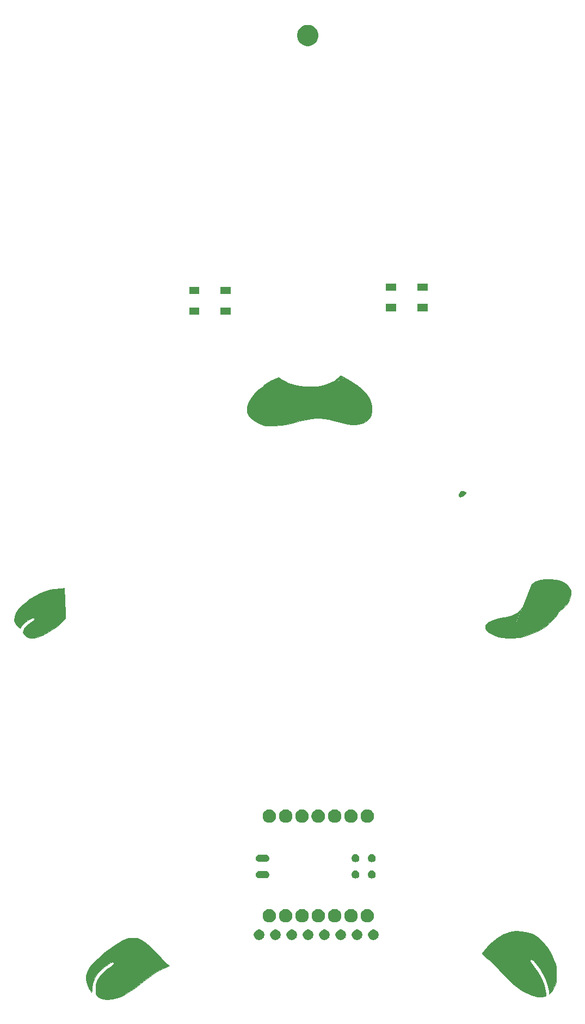
<source format=gbr>
G04 #@! TF.GenerationSoftware,KiCad,Pcbnew,(5.1.2)-1*
G04 #@! TF.CreationDate,2023-11-23T12:08:04+09:00*
G04 #@! TF.ProjectId,gopher_party_xiao_v2,676f7068-6572-45f7-9061-7274795f7869,rev?*
G04 #@! TF.SameCoordinates,Original*
G04 #@! TF.FileFunction,Soldermask,Top*
G04 #@! TF.FilePolarity,Negative*
%FSLAX46Y46*%
G04 Gerber Fmt 4.6, Leading zero omitted, Abs format (unit mm)*
G04 Created by KiCad (PCBNEW (5.1.2)-1) date 2023-11-23 12:08:04*
%MOMM*%
%LPD*%
G04 APERTURE LIST*
%ADD10C,0.100000*%
G04 APERTURE END LIST*
D10*
G36*
X118730000Y-104820000D02*
G01*
X119030000Y-104950000D01*
X119060000Y-104980000D01*
X119100000Y-105130000D01*
X118960000Y-105310000D01*
X118790000Y-105430000D01*
X118660000Y-105520000D01*
X118350000Y-105670000D01*
X118170000Y-105730000D01*
X118050000Y-105660000D01*
X118000000Y-105480000D01*
X118020000Y-105250000D01*
X118120000Y-105010000D01*
X118170000Y-104950000D01*
X118280000Y-104840000D01*
X118440000Y-104790000D01*
X118730000Y-104820000D01*
G37*
X118730000Y-104820000D02*
X119030000Y-104950000D01*
X119060000Y-104980000D01*
X119100000Y-105130000D01*
X118960000Y-105310000D01*
X118790000Y-105430000D01*
X118660000Y-105520000D01*
X118350000Y-105670000D01*
X118170000Y-105730000D01*
X118050000Y-105660000D01*
X118000000Y-105480000D01*
X118020000Y-105250000D01*
X118120000Y-105010000D01*
X118170000Y-104950000D01*
X118280000Y-104840000D01*
X118440000Y-104790000D01*
X118730000Y-104820000D01*
G36*
X89930000Y-87080000D02*
G01*
X90380000Y-87400000D01*
X90760000Y-87640000D01*
X91190000Y-87840000D01*
X91510000Y-88000000D01*
X92200000Y-88230000D01*
X92410000Y-88300000D01*
X92730000Y-88380000D01*
X93280000Y-88480000D01*
X94060000Y-88530000D01*
X95030000Y-88540000D01*
X96010000Y-88510000D01*
X96820000Y-88390000D01*
X97560000Y-88130000D01*
X98570000Y-87680000D01*
X99120000Y-87280000D01*
X99640000Y-86860000D01*
X99920000Y-87000000D01*
X100170000Y-87130000D01*
X99610000Y-87440000D01*
X95910000Y-89430000D01*
X91990000Y-91180000D01*
X88570000Y-89040000D01*
X87610000Y-88390000D01*
X88120000Y-88030000D01*
X88810000Y-87640000D01*
X89380000Y-87350000D01*
X89770000Y-87150000D01*
X89930000Y-87080000D01*
G37*
X89930000Y-87080000D02*
X90380000Y-87400000D01*
X90760000Y-87640000D01*
X91190000Y-87840000D01*
X91510000Y-88000000D01*
X92200000Y-88230000D01*
X92410000Y-88300000D01*
X92730000Y-88380000D01*
X93280000Y-88480000D01*
X94060000Y-88530000D01*
X95030000Y-88540000D01*
X96010000Y-88510000D01*
X96820000Y-88390000D01*
X97560000Y-88130000D01*
X98570000Y-87680000D01*
X99120000Y-87280000D01*
X99640000Y-86860000D01*
X99920000Y-87000000D01*
X100170000Y-87130000D01*
X99610000Y-87440000D01*
X95910000Y-89430000D01*
X91990000Y-91180000D01*
X88570000Y-89040000D01*
X87610000Y-88390000D01*
X88120000Y-88030000D01*
X88810000Y-87640000D01*
X89380000Y-87350000D01*
X89770000Y-87150000D01*
X89930000Y-87080000D01*
G36*
X100170000Y-87180000D02*
G01*
X100880000Y-87510000D01*
X101810000Y-88100000D01*
X102280000Y-88380000D01*
X103040000Y-89020000D01*
X103630000Y-89680000D01*
X104070000Y-90360000D01*
X104360000Y-91170000D01*
X104450000Y-91610000D01*
X104480000Y-92010000D01*
X104470000Y-92260000D01*
X104340000Y-92980000D01*
X104110000Y-93460000D01*
X103680000Y-93900000D01*
X103120000Y-94190000D01*
X102400000Y-94380000D01*
X101950000Y-94450000D01*
X101400000Y-94450000D01*
X100720000Y-94370000D01*
X99930000Y-94200000D01*
X99030000Y-93960000D01*
X98280000Y-93760000D01*
X97740000Y-93640000D01*
X97020000Y-93500000D01*
X96360000Y-93450000D01*
X95780000Y-93460000D01*
X95060000Y-93530000D01*
X94230000Y-93680000D01*
X93270000Y-93890000D01*
X92150000Y-94170000D01*
X91440000Y-94350000D01*
X90400000Y-94560000D01*
X89170000Y-94640000D01*
X88370000Y-94630000D01*
X87950000Y-94600000D01*
X87580000Y-94520000D01*
X87180000Y-94380000D01*
X86630000Y-94130000D01*
X86080000Y-93790000D01*
X85600000Y-93400000D01*
X85250000Y-92970000D01*
X85060000Y-92550000D01*
X85020000Y-92210000D01*
X85080000Y-91640000D01*
X85310000Y-91020000D01*
X85660000Y-90390000D01*
X86140000Y-89750000D01*
X86700000Y-89150000D01*
X87635000Y-88440000D01*
X92147500Y-91110000D01*
X100170000Y-87180000D01*
G37*
X100170000Y-87180000D02*
X100880000Y-87510000D01*
X101810000Y-88100000D01*
X102280000Y-88380000D01*
X103040000Y-89020000D01*
X103630000Y-89680000D01*
X104070000Y-90360000D01*
X104360000Y-91170000D01*
X104450000Y-91610000D01*
X104480000Y-92010000D01*
X104470000Y-92260000D01*
X104340000Y-92980000D01*
X104110000Y-93460000D01*
X103680000Y-93900000D01*
X103120000Y-94190000D01*
X102400000Y-94380000D01*
X101950000Y-94450000D01*
X101400000Y-94450000D01*
X100720000Y-94370000D01*
X99930000Y-94200000D01*
X99030000Y-93960000D01*
X98280000Y-93760000D01*
X97740000Y-93640000D01*
X97020000Y-93500000D01*
X96360000Y-93450000D01*
X95780000Y-93460000D01*
X95060000Y-93530000D01*
X94230000Y-93680000D01*
X93270000Y-93890000D01*
X92150000Y-94170000D01*
X91440000Y-94350000D01*
X90400000Y-94560000D01*
X89170000Y-94640000D01*
X88370000Y-94630000D01*
X87950000Y-94600000D01*
X87580000Y-94520000D01*
X87180000Y-94380000D01*
X86630000Y-94130000D01*
X86080000Y-93790000D01*
X85600000Y-93400000D01*
X85250000Y-92970000D01*
X85060000Y-92550000D01*
X85020000Y-92210000D01*
X85080000Y-91640000D01*
X85310000Y-91020000D01*
X85660000Y-90390000D01*
X86140000Y-89750000D01*
X86700000Y-89150000D01*
X87635000Y-88440000D01*
X92147500Y-91110000D01*
X100170000Y-87180000D01*
G36*
X126860000Y-173240000D02*
G01*
X127790000Y-173250000D01*
X128770000Y-173450000D01*
X129560000Y-173750000D01*
X130360000Y-174260000D01*
X131150000Y-175000000D01*
X131870000Y-175920000D01*
X132380000Y-176750000D01*
X132760000Y-177620000D01*
X133020000Y-178360000D01*
X133100000Y-178760000D01*
X133150000Y-179600000D01*
X133140000Y-180810000D01*
X133120000Y-181200000D01*
X133060000Y-181430000D01*
X132990000Y-181650000D01*
X132750000Y-182130000D01*
X132560000Y-182440000D01*
X132470000Y-182570000D01*
X132350000Y-182720000D01*
X132070000Y-182990000D01*
X132000000Y-182480000D01*
X131840000Y-181830000D01*
X131730000Y-181370000D01*
X131520000Y-180860000D01*
X131280000Y-180270000D01*
X131170000Y-180080000D01*
X131010000Y-179800000D01*
X130650000Y-179170000D01*
X130270000Y-178650000D01*
X129990000Y-178310000D01*
X129630000Y-177900000D01*
X129390000Y-177690000D01*
X129250000Y-177630000D01*
X129160000Y-177640000D01*
X129150000Y-177640000D01*
X129060000Y-177740000D01*
X129100000Y-177940000D01*
X129120000Y-177980000D01*
X129290000Y-178260000D01*
X129560000Y-178620000D01*
X129770000Y-178910000D01*
X130250000Y-179550000D01*
X130820000Y-180540000D01*
X131180000Y-181440000D01*
X131360000Y-182040000D01*
X131460000Y-182570000D01*
X131510000Y-182910000D01*
X131510000Y-183200000D01*
X131450000Y-183340000D01*
X131310000Y-183390000D01*
X131020000Y-183430000D01*
X130620000Y-183450000D01*
X130240000Y-183440000D01*
X129940000Y-183400000D01*
X129360000Y-183230000D01*
X128540000Y-182870000D01*
X127730000Y-182420000D01*
X127040000Y-181960000D01*
X126750000Y-181750000D01*
X126080000Y-181140000D01*
X124960000Y-180010000D01*
X124020000Y-178990000D01*
X123150000Y-178130000D01*
X122810000Y-177800000D01*
X122240000Y-177320000D01*
X122030000Y-177150000D01*
X121790000Y-176960000D01*
X121590000Y-176750000D01*
X121740000Y-176520000D01*
X121950000Y-176240000D01*
X122230000Y-175880000D01*
X122350000Y-175740000D01*
X122910000Y-175180000D01*
X123120000Y-174950000D01*
X123970000Y-174290000D01*
X124950000Y-173740000D01*
X125490000Y-173540000D01*
X125880000Y-173400000D01*
X126860000Y-173240000D01*
G37*
X126860000Y-173240000D02*
X127790000Y-173250000D01*
X128770000Y-173450000D01*
X129560000Y-173750000D01*
X130360000Y-174260000D01*
X131150000Y-175000000D01*
X131870000Y-175920000D01*
X132380000Y-176750000D01*
X132760000Y-177620000D01*
X133020000Y-178360000D01*
X133100000Y-178760000D01*
X133150000Y-179600000D01*
X133140000Y-180810000D01*
X133120000Y-181200000D01*
X133060000Y-181430000D01*
X132990000Y-181650000D01*
X132750000Y-182130000D01*
X132560000Y-182440000D01*
X132470000Y-182570000D01*
X132350000Y-182720000D01*
X132070000Y-182990000D01*
X132000000Y-182480000D01*
X131840000Y-181830000D01*
X131730000Y-181370000D01*
X131520000Y-180860000D01*
X131280000Y-180270000D01*
X131170000Y-180080000D01*
X131010000Y-179800000D01*
X130650000Y-179170000D01*
X130270000Y-178650000D01*
X129990000Y-178310000D01*
X129630000Y-177900000D01*
X129390000Y-177690000D01*
X129250000Y-177630000D01*
X129160000Y-177640000D01*
X129150000Y-177640000D01*
X129060000Y-177740000D01*
X129100000Y-177940000D01*
X129120000Y-177980000D01*
X129290000Y-178260000D01*
X129560000Y-178620000D01*
X129770000Y-178910000D01*
X130250000Y-179550000D01*
X130820000Y-180540000D01*
X131180000Y-181440000D01*
X131360000Y-182040000D01*
X131460000Y-182570000D01*
X131510000Y-182910000D01*
X131510000Y-183200000D01*
X131450000Y-183340000D01*
X131310000Y-183390000D01*
X131020000Y-183430000D01*
X130620000Y-183450000D01*
X130240000Y-183440000D01*
X129940000Y-183400000D01*
X129360000Y-183230000D01*
X128540000Y-182870000D01*
X127730000Y-182420000D01*
X127040000Y-181960000D01*
X126750000Y-181750000D01*
X126080000Y-181140000D01*
X124960000Y-180010000D01*
X124020000Y-178990000D01*
X123150000Y-178130000D01*
X122810000Y-177800000D01*
X122240000Y-177320000D01*
X122030000Y-177150000D01*
X121790000Y-176960000D01*
X121590000Y-176750000D01*
X121740000Y-176520000D01*
X121950000Y-176240000D01*
X122230000Y-175880000D01*
X122350000Y-175740000D01*
X122910000Y-175180000D01*
X123120000Y-174950000D01*
X123970000Y-174290000D01*
X124950000Y-173740000D01*
X125490000Y-173540000D01*
X125880000Y-173400000D01*
X126860000Y-173240000D01*
G36*
X127880000Y-122790000D02*
G01*
X127720000Y-123240000D01*
X127310000Y-124280000D01*
X126880000Y-125390000D01*
X126770000Y-125670000D01*
X126520000Y-125410000D01*
X126080000Y-124820000D01*
X125810000Y-124490000D01*
X125700000Y-124300000D01*
X125970000Y-124230000D01*
X126380000Y-124110000D01*
X126880000Y-123880000D01*
X127260000Y-123610000D01*
X127620000Y-123200000D01*
X127710000Y-123060000D01*
X127880000Y-122790000D01*
G37*
X127880000Y-122790000D02*
X127720000Y-123240000D01*
X127310000Y-124280000D01*
X126880000Y-125390000D01*
X126770000Y-125670000D01*
X126520000Y-125410000D01*
X126080000Y-124820000D01*
X125810000Y-124490000D01*
X125700000Y-124300000D01*
X125970000Y-124230000D01*
X126380000Y-124110000D01*
X126880000Y-123880000D01*
X127260000Y-123610000D01*
X127620000Y-123200000D01*
X127710000Y-123060000D01*
X127880000Y-122790000D01*
G36*
X129330000Y-119230000D02*
G01*
X129960000Y-118890000D01*
X130650000Y-118570000D01*
X131530000Y-118500000D01*
X132280000Y-118520000D01*
X133110000Y-118600000D01*
X133840000Y-118770000D01*
X134490000Y-119070000D01*
X134950000Y-119450000D01*
X135230000Y-119940000D01*
X135390000Y-120300000D01*
X135400000Y-120860000D01*
X135270000Y-121500000D01*
X134990000Y-122130000D01*
X134570000Y-122650000D01*
X133830000Y-123300000D01*
X133520000Y-123620000D01*
X133200000Y-124080000D01*
X132850000Y-124530000D01*
X132110000Y-125280000D01*
X131350000Y-125970000D01*
X130330000Y-126570000D01*
X129530000Y-126930000D01*
X128630000Y-127270000D01*
X127550000Y-127550000D01*
X127240000Y-127600000D01*
X126420000Y-127670000D01*
X125530000Y-127680000D01*
X124750000Y-127600000D01*
X124130000Y-127450000D01*
X123720000Y-127310000D01*
X123210000Y-127070000D01*
X123010000Y-126990000D01*
X122580000Y-126720000D01*
X122240000Y-126380000D01*
X122100000Y-126060000D01*
X122140000Y-125730000D01*
X122380000Y-125400000D01*
X122580000Y-125230000D01*
X122950000Y-125020000D01*
X123340000Y-124870000D01*
X124140000Y-124640000D01*
X124950000Y-124470000D01*
X125660000Y-124320000D01*
X126790000Y-125730000D01*
X129330000Y-119230000D01*
G37*
X129330000Y-119230000D02*
X129960000Y-118890000D01*
X130650000Y-118570000D01*
X131530000Y-118500000D01*
X132280000Y-118520000D01*
X133110000Y-118600000D01*
X133840000Y-118770000D01*
X134490000Y-119070000D01*
X134950000Y-119450000D01*
X135230000Y-119940000D01*
X135390000Y-120300000D01*
X135400000Y-120860000D01*
X135270000Y-121500000D01*
X134990000Y-122130000D01*
X134570000Y-122650000D01*
X133830000Y-123300000D01*
X133520000Y-123620000D01*
X133200000Y-124080000D01*
X132850000Y-124530000D01*
X132110000Y-125280000D01*
X131350000Y-125970000D01*
X130330000Y-126570000D01*
X129530000Y-126930000D01*
X128630000Y-127270000D01*
X127550000Y-127550000D01*
X127240000Y-127600000D01*
X126420000Y-127670000D01*
X125530000Y-127680000D01*
X124750000Y-127600000D01*
X124130000Y-127450000D01*
X123720000Y-127310000D01*
X123210000Y-127070000D01*
X123010000Y-126990000D01*
X122580000Y-126720000D01*
X122240000Y-126380000D01*
X122100000Y-126060000D01*
X122140000Y-125730000D01*
X122380000Y-125400000D01*
X122580000Y-125230000D01*
X122950000Y-125020000D01*
X123340000Y-124870000D01*
X124140000Y-124640000D01*
X124950000Y-124470000D01*
X125660000Y-124320000D01*
X126790000Y-125730000D01*
X129330000Y-119230000D01*
G36*
X66590000Y-174320000D02*
G01*
X67270000Y-174290000D01*
X67940000Y-174340000D01*
X68550000Y-174590000D01*
X69090000Y-174900000D01*
X69800000Y-175500000D01*
X70280000Y-175970000D01*
X71230000Y-176920000D01*
X71930000Y-177650000D01*
X72460000Y-178200000D01*
X72910000Y-178650000D01*
X72690000Y-178730000D01*
X72140000Y-178940000D01*
X71740000Y-179130000D01*
X71380000Y-179320000D01*
X70970000Y-179560000D01*
X70530000Y-179860000D01*
X70220000Y-180080000D01*
X69910000Y-180310000D01*
X68990000Y-181000000D01*
X68510000Y-181360000D01*
X68040000Y-181730000D01*
X67340000Y-182230000D01*
X66950000Y-182500000D01*
X66550000Y-182750000D01*
X65990000Y-183080000D01*
X65360000Y-183410000D01*
X64850000Y-183610000D01*
X64360000Y-183740000D01*
X64050000Y-183790000D01*
X63270000Y-183840000D01*
X62590000Y-183750000D01*
X61950000Y-183510000D01*
X61660000Y-183320000D01*
X61570000Y-183170000D01*
X61510000Y-182920000D01*
X61480000Y-182550000D01*
X61500000Y-181700000D01*
X61590000Y-181260000D01*
X61760000Y-180830000D01*
X62070000Y-180340000D01*
X62540000Y-179770000D01*
X63130000Y-179220000D01*
X63770000Y-178770000D01*
X64040000Y-178580000D01*
X64290000Y-178350000D01*
X64340000Y-178170000D01*
X64200000Y-178060000D01*
X64100000Y-178050000D01*
X63830000Y-178140000D01*
X63490000Y-178330000D01*
X63090000Y-178600000D01*
X62740000Y-178880000D01*
X62690000Y-178920000D01*
X62450000Y-179130000D01*
X62290000Y-179270000D01*
X61860000Y-179730000D01*
X61370000Y-180460000D01*
X61060000Y-181180000D01*
X61040000Y-181300000D01*
X60910000Y-182040000D01*
X60880000Y-182480000D01*
X60860000Y-182750000D01*
X60700000Y-182500000D01*
X60640000Y-182410000D01*
X60530000Y-182240000D01*
X60440000Y-182090000D01*
X60450000Y-182110000D01*
X60160000Y-181450000D01*
X60000000Y-180840000D01*
X60000000Y-180480000D01*
X60000000Y-180270000D01*
X60050000Y-180010000D01*
X60170000Y-179600000D01*
X60390000Y-179170000D01*
X60700000Y-178740000D01*
X61290000Y-178070000D01*
X61870000Y-177480000D01*
X62720000Y-176710000D01*
X63300000Y-176230000D01*
X64670000Y-175320000D01*
X65600000Y-174770000D01*
X66340000Y-174380000D01*
X66590000Y-174320000D01*
G37*
X66590000Y-174320000D02*
X67270000Y-174290000D01*
X67940000Y-174340000D01*
X68550000Y-174590000D01*
X69090000Y-174900000D01*
X69800000Y-175500000D01*
X70280000Y-175970000D01*
X71230000Y-176920000D01*
X71930000Y-177650000D01*
X72460000Y-178200000D01*
X72910000Y-178650000D01*
X72690000Y-178730000D01*
X72140000Y-178940000D01*
X71740000Y-179130000D01*
X71380000Y-179320000D01*
X70970000Y-179560000D01*
X70530000Y-179860000D01*
X70220000Y-180080000D01*
X69910000Y-180310000D01*
X68990000Y-181000000D01*
X68510000Y-181360000D01*
X68040000Y-181730000D01*
X67340000Y-182230000D01*
X66950000Y-182500000D01*
X66550000Y-182750000D01*
X65990000Y-183080000D01*
X65360000Y-183410000D01*
X64850000Y-183610000D01*
X64360000Y-183740000D01*
X64050000Y-183790000D01*
X63270000Y-183840000D01*
X62590000Y-183750000D01*
X61950000Y-183510000D01*
X61660000Y-183320000D01*
X61570000Y-183170000D01*
X61510000Y-182920000D01*
X61480000Y-182550000D01*
X61500000Y-181700000D01*
X61590000Y-181260000D01*
X61760000Y-180830000D01*
X62070000Y-180340000D01*
X62540000Y-179770000D01*
X63130000Y-179220000D01*
X63770000Y-178770000D01*
X64040000Y-178580000D01*
X64290000Y-178350000D01*
X64340000Y-178170000D01*
X64200000Y-178060000D01*
X64100000Y-178050000D01*
X63830000Y-178140000D01*
X63490000Y-178330000D01*
X63090000Y-178600000D01*
X62740000Y-178880000D01*
X62690000Y-178920000D01*
X62450000Y-179130000D01*
X62290000Y-179270000D01*
X61860000Y-179730000D01*
X61370000Y-180460000D01*
X61060000Y-181180000D01*
X61040000Y-181300000D01*
X60910000Y-182040000D01*
X60880000Y-182480000D01*
X60860000Y-182750000D01*
X60700000Y-182500000D01*
X60640000Y-182410000D01*
X60530000Y-182240000D01*
X60440000Y-182090000D01*
X60450000Y-182110000D01*
X60160000Y-181450000D01*
X60000000Y-180840000D01*
X60000000Y-180480000D01*
X60000000Y-180270000D01*
X60050000Y-180010000D01*
X60170000Y-179600000D01*
X60390000Y-179170000D01*
X60700000Y-178740000D01*
X61290000Y-178070000D01*
X61870000Y-177480000D01*
X62720000Y-176710000D01*
X63300000Y-176230000D01*
X64670000Y-175320000D01*
X65600000Y-174770000D01*
X66340000Y-174380000D01*
X66590000Y-174320000D01*
G36*
X56580000Y-119890000D02*
G01*
X56640000Y-120290000D01*
X56700000Y-121300000D01*
X56730000Y-122150000D01*
X56770000Y-123410000D01*
X56800000Y-124640000D01*
X55880000Y-125500000D01*
X55560000Y-125780000D01*
X54660000Y-126420000D01*
X54430000Y-126590000D01*
X53200000Y-127260000D01*
X52320000Y-127600000D01*
X51750000Y-127690000D01*
X51270000Y-127660000D01*
X50800000Y-127460000D01*
X50400000Y-127150000D01*
X50210000Y-126810000D01*
X50260000Y-126460000D01*
X50460000Y-126080000D01*
X50850000Y-125650000D01*
X51410000Y-125220000D01*
X51720000Y-124990000D01*
X51940000Y-124770000D01*
X51980000Y-124640000D01*
X51930000Y-124560000D01*
X51770000Y-124480000D01*
X51610000Y-124510000D01*
X51300000Y-124650000D01*
X50910000Y-124880000D01*
X50540000Y-125180000D01*
X50260000Y-125440000D01*
X50200000Y-125500000D01*
X49950000Y-125820000D01*
X49770000Y-126150000D01*
X49310000Y-125800000D01*
X48990000Y-125390000D01*
X48830000Y-124930000D01*
X48860000Y-124390000D01*
X49070000Y-123790000D01*
X49430000Y-123270000D01*
X49950000Y-122680000D01*
X50550000Y-122150000D01*
X51290000Y-121590000D01*
X52060000Y-121110000D01*
X52790000Y-120720000D01*
X53380000Y-120460000D01*
X54140000Y-120200000D01*
X54890000Y-120030000D01*
X56280000Y-119910000D01*
X56580000Y-119890000D01*
G37*
X56580000Y-119890000D02*
X56640000Y-120290000D01*
X56700000Y-121300000D01*
X56730000Y-122150000D01*
X56770000Y-123410000D01*
X56800000Y-124640000D01*
X55880000Y-125500000D01*
X55560000Y-125780000D01*
X54660000Y-126420000D01*
X54430000Y-126590000D01*
X53200000Y-127260000D01*
X52320000Y-127600000D01*
X51750000Y-127690000D01*
X51270000Y-127660000D01*
X50800000Y-127460000D01*
X50400000Y-127150000D01*
X50210000Y-126810000D01*
X50260000Y-126460000D01*
X50460000Y-126080000D01*
X50850000Y-125650000D01*
X51410000Y-125220000D01*
X51720000Y-124990000D01*
X51940000Y-124770000D01*
X51980000Y-124640000D01*
X51930000Y-124560000D01*
X51770000Y-124480000D01*
X51610000Y-124510000D01*
X51300000Y-124650000D01*
X50910000Y-124880000D01*
X50540000Y-125180000D01*
X50260000Y-125440000D01*
X50200000Y-125500000D01*
X49950000Y-125820000D01*
X49770000Y-126150000D01*
X49310000Y-125800000D01*
X48990000Y-125390000D01*
X48830000Y-124930000D01*
X48860000Y-124390000D01*
X49070000Y-123790000D01*
X49430000Y-123270000D01*
X49950000Y-122680000D01*
X50550000Y-122150000D01*
X51290000Y-121590000D01*
X52060000Y-121110000D01*
X52790000Y-120720000D01*
X53380000Y-120460000D01*
X54140000Y-120200000D01*
X54890000Y-120030000D01*
X56280000Y-119910000D01*
X56580000Y-119890000D01*
G36*
X104937142Y-173018242D02*
G01*
X105085101Y-173079529D01*
X105218255Y-173168499D01*
X105331501Y-173281745D01*
X105420471Y-173414899D01*
X105481758Y-173562858D01*
X105513000Y-173719925D01*
X105513000Y-173880075D01*
X105481758Y-174037142D01*
X105420471Y-174185101D01*
X105331501Y-174318255D01*
X105218255Y-174431501D01*
X105085101Y-174520471D01*
X104937142Y-174581758D01*
X104780075Y-174613000D01*
X104619925Y-174613000D01*
X104462858Y-174581758D01*
X104314899Y-174520471D01*
X104181745Y-174431501D01*
X104068499Y-174318255D01*
X103979529Y-174185101D01*
X103918242Y-174037142D01*
X103887000Y-173880075D01*
X103887000Y-173719925D01*
X103918242Y-173562858D01*
X103979529Y-173414899D01*
X104068499Y-173281745D01*
X104181745Y-173168499D01*
X104314899Y-173079529D01*
X104462858Y-173018242D01*
X104619925Y-172987000D01*
X104780075Y-172987000D01*
X104937142Y-173018242D01*
X104937142Y-173018242D01*
G37*
G36*
X102397142Y-173018242D02*
G01*
X102545101Y-173079529D01*
X102678255Y-173168499D01*
X102791501Y-173281745D01*
X102880471Y-173414899D01*
X102941758Y-173562858D01*
X102973000Y-173719925D01*
X102973000Y-173880075D01*
X102941758Y-174037142D01*
X102880471Y-174185101D01*
X102791501Y-174318255D01*
X102678255Y-174431501D01*
X102545101Y-174520471D01*
X102397142Y-174581758D01*
X102240075Y-174613000D01*
X102079925Y-174613000D01*
X101922858Y-174581758D01*
X101774899Y-174520471D01*
X101641745Y-174431501D01*
X101528499Y-174318255D01*
X101439529Y-174185101D01*
X101378242Y-174037142D01*
X101347000Y-173880075D01*
X101347000Y-173719925D01*
X101378242Y-173562858D01*
X101439529Y-173414899D01*
X101528499Y-173281745D01*
X101641745Y-173168499D01*
X101774899Y-173079529D01*
X101922858Y-173018242D01*
X102079925Y-172987000D01*
X102240075Y-172987000D01*
X102397142Y-173018242D01*
X102397142Y-173018242D01*
G37*
G36*
X87157142Y-173018242D02*
G01*
X87305101Y-173079529D01*
X87438255Y-173168499D01*
X87551501Y-173281745D01*
X87640471Y-173414899D01*
X87701758Y-173562858D01*
X87733000Y-173719925D01*
X87733000Y-173880075D01*
X87701758Y-174037142D01*
X87640471Y-174185101D01*
X87551501Y-174318255D01*
X87438255Y-174431501D01*
X87305101Y-174520471D01*
X87157142Y-174581758D01*
X87000075Y-174613000D01*
X86839925Y-174613000D01*
X86682858Y-174581758D01*
X86534899Y-174520471D01*
X86401745Y-174431501D01*
X86288499Y-174318255D01*
X86199529Y-174185101D01*
X86138242Y-174037142D01*
X86107000Y-173880075D01*
X86107000Y-173719925D01*
X86138242Y-173562858D01*
X86199529Y-173414899D01*
X86288499Y-173281745D01*
X86401745Y-173168499D01*
X86534899Y-173079529D01*
X86682858Y-173018242D01*
X86839925Y-172987000D01*
X87000075Y-172987000D01*
X87157142Y-173018242D01*
X87157142Y-173018242D01*
G37*
G36*
X89697142Y-173018242D02*
G01*
X89845101Y-173079529D01*
X89978255Y-173168499D01*
X90091501Y-173281745D01*
X90180471Y-173414899D01*
X90241758Y-173562858D01*
X90273000Y-173719925D01*
X90273000Y-173880075D01*
X90241758Y-174037142D01*
X90180471Y-174185101D01*
X90091501Y-174318255D01*
X89978255Y-174431501D01*
X89845101Y-174520471D01*
X89697142Y-174581758D01*
X89540075Y-174613000D01*
X89379925Y-174613000D01*
X89222858Y-174581758D01*
X89074899Y-174520471D01*
X88941745Y-174431501D01*
X88828499Y-174318255D01*
X88739529Y-174185101D01*
X88678242Y-174037142D01*
X88647000Y-173880075D01*
X88647000Y-173719925D01*
X88678242Y-173562858D01*
X88739529Y-173414899D01*
X88828499Y-173281745D01*
X88941745Y-173168499D01*
X89074899Y-173079529D01*
X89222858Y-173018242D01*
X89379925Y-172987000D01*
X89540075Y-172987000D01*
X89697142Y-173018242D01*
X89697142Y-173018242D01*
G37*
G36*
X92237142Y-173018242D02*
G01*
X92385101Y-173079529D01*
X92518255Y-173168499D01*
X92631501Y-173281745D01*
X92720471Y-173414899D01*
X92781758Y-173562858D01*
X92813000Y-173719925D01*
X92813000Y-173880075D01*
X92781758Y-174037142D01*
X92720471Y-174185101D01*
X92631501Y-174318255D01*
X92518255Y-174431501D01*
X92385101Y-174520471D01*
X92237142Y-174581758D01*
X92080075Y-174613000D01*
X91919925Y-174613000D01*
X91762858Y-174581758D01*
X91614899Y-174520471D01*
X91481745Y-174431501D01*
X91368499Y-174318255D01*
X91279529Y-174185101D01*
X91218242Y-174037142D01*
X91187000Y-173880075D01*
X91187000Y-173719925D01*
X91218242Y-173562858D01*
X91279529Y-173414899D01*
X91368499Y-173281745D01*
X91481745Y-173168499D01*
X91614899Y-173079529D01*
X91762858Y-173018242D01*
X91919925Y-172987000D01*
X92080075Y-172987000D01*
X92237142Y-173018242D01*
X92237142Y-173018242D01*
G37*
G36*
X94777142Y-173018242D02*
G01*
X94925101Y-173079529D01*
X95058255Y-173168499D01*
X95171501Y-173281745D01*
X95260471Y-173414899D01*
X95321758Y-173562858D01*
X95353000Y-173719925D01*
X95353000Y-173880075D01*
X95321758Y-174037142D01*
X95260471Y-174185101D01*
X95171501Y-174318255D01*
X95058255Y-174431501D01*
X94925101Y-174520471D01*
X94777142Y-174581758D01*
X94620075Y-174613000D01*
X94459925Y-174613000D01*
X94302858Y-174581758D01*
X94154899Y-174520471D01*
X94021745Y-174431501D01*
X93908499Y-174318255D01*
X93819529Y-174185101D01*
X93758242Y-174037142D01*
X93727000Y-173880075D01*
X93727000Y-173719925D01*
X93758242Y-173562858D01*
X93819529Y-173414899D01*
X93908499Y-173281745D01*
X94021745Y-173168499D01*
X94154899Y-173079529D01*
X94302858Y-173018242D01*
X94459925Y-172987000D01*
X94620075Y-172987000D01*
X94777142Y-173018242D01*
X94777142Y-173018242D01*
G37*
G36*
X97317142Y-173018242D02*
G01*
X97465101Y-173079529D01*
X97598255Y-173168499D01*
X97711501Y-173281745D01*
X97800471Y-173414899D01*
X97861758Y-173562858D01*
X97893000Y-173719925D01*
X97893000Y-173880075D01*
X97861758Y-174037142D01*
X97800471Y-174185101D01*
X97711501Y-174318255D01*
X97598255Y-174431501D01*
X97465101Y-174520471D01*
X97317142Y-174581758D01*
X97160075Y-174613000D01*
X96999925Y-174613000D01*
X96842858Y-174581758D01*
X96694899Y-174520471D01*
X96561745Y-174431501D01*
X96448499Y-174318255D01*
X96359529Y-174185101D01*
X96298242Y-174037142D01*
X96267000Y-173880075D01*
X96267000Y-173719925D01*
X96298242Y-173562858D01*
X96359529Y-173414899D01*
X96448499Y-173281745D01*
X96561745Y-173168499D01*
X96694899Y-173079529D01*
X96842858Y-173018242D01*
X96999925Y-172987000D01*
X97160075Y-172987000D01*
X97317142Y-173018242D01*
X97317142Y-173018242D01*
G37*
G36*
X99857142Y-173018242D02*
G01*
X100005101Y-173079529D01*
X100138255Y-173168499D01*
X100251501Y-173281745D01*
X100340471Y-173414899D01*
X100401758Y-173562858D01*
X100433000Y-173719925D01*
X100433000Y-173880075D01*
X100401758Y-174037142D01*
X100340471Y-174185101D01*
X100251501Y-174318255D01*
X100138255Y-174431501D01*
X100005101Y-174520471D01*
X99857142Y-174581758D01*
X99700075Y-174613000D01*
X99539925Y-174613000D01*
X99382858Y-174581758D01*
X99234899Y-174520471D01*
X99101745Y-174431501D01*
X98988499Y-174318255D01*
X98899529Y-174185101D01*
X98838242Y-174037142D01*
X98807000Y-173880075D01*
X98807000Y-173719925D01*
X98838242Y-173562858D01*
X98899529Y-173414899D01*
X98988499Y-173281745D01*
X99101745Y-173168499D01*
X99234899Y-173079529D01*
X99382858Y-173018242D01*
X99539925Y-172987000D01*
X99700075Y-172987000D01*
X99857142Y-173018242D01*
X99857142Y-173018242D01*
G37*
G36*
X98983765Y-169848620D02*
G01*
X99149144Y-169917122D01*
X99173288Y-169927123D01*
X99343854Y-170041092D01*
X99488908Y-170186146D01*
X99602877Y-170356712D01*
X99681380Y-170546235D01*
X99721400Y-170747431D01*
X99721400Y-170952569D01*
X99681380Y-171153765D01*
X99602877Y-171343288D01*
X99488908Y-171513854D01*
X99343854Y-171658908D01*
X99173288Y-171772877D01*
X99173287Y-171772878D01*
X99173286Y-171772878D01*
X98983765Y-171851380D01*
X98782570Y-171891400D01*
X98577430Y-171891400D01*
X98376235Y-171851380D01*
X98186714Y-171772878D01*
X98186713Y-171772878D01*
X98186712Y-171772877D01*
X98016146Y-171658908D01*
X97871092Y-171513854D01*
X97757123Y-171343288D01*
X97678620Y-171153765D01*
X97638600Y-170952569D01*
X97638600Y-170747431D01*
X97678620Y-170546235D01*
X97757123Y-170356712D01*
X97871092Y-170186146D01*
X98016146Y-170041092D01*
X98186712Y-169927123D01*
X98210857Y-169917122D01*
X98376235Y-169848620D01*
X98577430Y-169808600D01*
X98782570Y-169808600D01*
X98983765Y-169848620D01*
X98983765Y-169848620D01*
G37*
G36*
X88813765Y-169848620D02*
G01*
X88979144Y-169917122D01*
X89003288Y-169927123D01*
X89173854Y-170041092D01*
X89318908Y-170186146D01*
X89432877Y-170356712D01*
X89511380Y-170546235D01*
X89551400Y-170747431D01*
X89551400Y-170952569D01*
X89511380Y-171153765D01*
X89432877Y-171343288D01*
X89318908Y-171513854D01*
X89173854Y-171658908D01*
X89003288Y-171772877D01*
X89003287Y-171772878D01*
X89003286Y-171772878D01*
X88813765Y-171851380D01*
X88612570Y-171891400D01*
X88407430Y-171891400D01*
X88206235Y-171851380D01*
X88016714Y-171772878D01*
X88016713Y-171772878D01*
X88016712Y-171772877D01*
X87846146Y-171658908D01*
X87701092Y-171513854D01*
X87587123Y-171343288D01*
X87508620Y-171153765D01*
X87468600Y-170952569D01*
X87468600Y-170747431D01*
X87508620Y-170546235D01*
X87587123Y-170356712D01*
X87701092Y-170186146D01*
X87846146Y-170041092D01*
X88016712Y-169927123D01*
X88040857Y-169917122D01*
X88206235Y-169848620D01*
X88407430Y-169808600D01*
X88612570Y-169808600D01*
X88813765Y-169848620D01*
X88813765Y-169848620D01*
G37*
G36*
X91353765Y-169848620D02*
G01*
X91519144Y-169917122D01*
X91543288Y-169927123D01*
X91713854Y-170041092D01*
X91858908Y-170186146D01*
X91972877Y-170356712D01*
X92051380Y-170546235D01*
X92091400Y-170747431D01*
X92091400Y-170952569D01*
X92051380Y-171153765D01*
X91972877Y-171343288D01*
X91858908Y-171513854D01*
X91713854Y-171658908D01*
X91543288Y-171772877D01*
X91543287Y-171772878D01*
X91543286Y-171772878D01*
X91353765Y-171851380D01*
X91152570Y-171891400D01*
X90947430Y-171891400D01*
X90746235Y-171851380D01*
X90556714Y-171772878D01*
X90556713Y-171772878D01*
X90556712Y-171772877D01*
X90386146Y-171658908D01*
X90241092Y-171513854D01*
X90127123Y-171343288D01*
X90048620Y-171153765D01*
X90008600Y-170952569D01*
X90008600Y-170747431D01*
X90048620Y-170546235D01*
X90127123Y-170356712D01*
X90241092Y-170186146D01*
X90386146Y-170041092D01*
X90556712Y-169927123D01*
X90580857Y-169917122D01*
X90746235Y-169848620D01*
X90947430Y-169808600D01*
X91152570Y-169808600D01*
X91353765Y-169848620D01*
X91353765Y-169848620D01*
G37*
G36*
X101523765Y-169848620D02*
G01*
X101689144Y-169917122D01*
X101713288Y-169927123D01*
X101883854Y-170041092D01*
X102028908Y-170186146D01*
X102142877Y-170356712D01*
X102221380Y-170546235D01*
X102261400Y-170747431D01*
X102261400Y-170952569D01*
X102221380Y-171153765D01*
X102142877Y-171343288D01*
X102028908Y-171513854D01*
X101883854Y-171658908D01*
X101713288Y-171772877D01*
X101713287Y-171772878D01*
X101713286Y-171772878D01*
X101523765Y-171851380D01*
X101322570Y-171891400D01*
X101117430Y-171891400D01*
X100916235Y-171851380D01*
X100726714Y-171772878D01*
X100726713Y-171772878D01*
X100726712Y-171772877D01*
X100556146Y-171658908D01*
X100411092Y-171513854D01*
X100297123Y-171343288D01*
X100218620Y-171153765D01*
X100178600Y-170952569D01*
X100178600Y-170747431D01*
X100218620Y-170546235D01*
X100297123Y-170356712D01*
X100411092Y-170186146D01*
X100556146Y-170041092D01*
X100726712Y-169927123D01*
X100750857Y-169917122D01*
X100916235Y-169848620D01*
X101117430Y-169808600D01*
X101322570Y-169808600D01*
X101523765Y-169848620D01*
X101523765Y-169848620D01*
G37*
G36*
X104053765Y-169848620D02*
G01*
X104219144Y-169917122D01*
X104243288Y-169927123D01*
X104413854Y-170041092D01*
X104558908Y-170186146D01*
X104672877Y-170356712D01*
X104751380Y-170546235D01*
X104791400Y-170747431D01*
X104791400Y-170952569D01*
X104751380Y-171153765D01*
X104672877Y-171343288D01*
X104558908Y-171513854D01*
X104413854Y-171658908D01*
X104243288Y-171772877D01*
X104243287Y-171772878D01*
X104243286Y-171772878D01*
X104053765Y-171851380D01*
X103852570Y-171891400D01*
X103647430Y-171891400D01*
X103446235Y-171851380D01*
X103256714Y-171772878D01*
X103256713Y-171772878D01*
X103256712Y-171772877D01*
X103086146Y-171658908D01*
X102941092Y-171513854D01*
X102827123Y-171343288D01*
X102748620Y-171153765D01*
X102708600Y-170952569D01*
X102708600Y-170747431D01*
X102748620Y-170546235D01*
X102827123Y-170356712D01*
X102941092Y-170186146D01*
X103086146Y-170041092D01*
X103256712Y-169927123D01*
X103280857Y-169917122D01*
X103446235Y-169848620D01*
X103647430Y-169808600D01*
X103852570Y-169808600D01*
X104053765Y-169848620D01*
X104053765Y-169848620D01*
G37*
G36*
X96433765Y-169838620D02*
G01*
X96623288Y-169917123D01*
X96793854Y-170031092D01*
X96938908Y-170176146D01*
X97052877Y-170346712D01*
X97131380Y-170536235D01*
X97171400Y-170737431D01*
X97171400Y-170942569D01*
X97131380Y-171143765D01*
X97052877Y-171333288D01*
X96938908Y-171503854D01*
X96793854Y-171648908D01*
X96623288Y-171762877D01*
X96623287Y-171762878D01*
X96623286Y-171762878D01*
X96433765Y-171841380D01*
X96232570Y-171881400D01*
X96027430Y-171881400D01*
X95826235Y-171841380D01*
X95636714Y-171762878D01*
X95636713Y-171762878D01*
X95636712Y-171762877D01*
X95466146Y-171648908D01*
X95321092Y-171503854D01*
X95207123Y-171333288D01*
X95128620Y-171143765D01*
X95088600Y-170942569D01*
X95088600Y-170737431D01*
X95128620Y-170536235D01*
X95207123Y-170346712D01*
X95321092Y-170176146D01*
X95466146Y-170031092D01*
X95636712Y-169917123D01*
X95826235Y-169838620D01*
X96027430Y-169798600D01*
X96232570Y-169798600D01*
X96433765Y-169838620D01*
X96433765Y-169838620D01*
G37*
G36*
X93903765Y-169838620D02*
G01*
X94093288Y-169917123D01*
X94263854Y-170031092D01*
X94408908Y-170176146D01*
X94522877Y-170346712D01*
X94601380Y-170536235D01*
X94641400Y-170737431D01*
X94641400Y-170942569D01*
X94601380Y-171143765D01*
X94522877Y-171333288D01*
X94408908Y-171503854D01*
X94263854Y-171648908D01*
X94093288Y-171762877D01*
X94093287Y-171762878D01*
X94093286Y-171762878D01*
X93903765Y-171841380D01*
X93702570Y-171881400D01*
X93497430Y-171881400D01*
X93296235Y-171841380D01*
X93106714Y-171762878D01*
X93106713Y-171762878D01*
X93106712Y-171762877D01*
X92936146Y-171648908D01*
X92791092Y-171503854D01*
X92677123Y-171333288D01*
X92598620Y-171143765D01*
X92558600Y-170942569D01*
X92558600Y-170737431D01*
X92598620Y-170536235D01*
X92677123Y-170346712D01*
X92791092Y-170176146D01*
X92936146Y-170031092D01*
X93106712Y-169917123D01*
X93296235Y-169838620D01*
X93497430Y-169798600D01*
X93702570Y-169798600D01*
X93903765Y-169838620D01*
X93903765Y-169838620D01*
G37*
G36*
X102025631Y-163808264D02*
G01*
X102085764Y-163820225D01*
X102123526Y-163835867D01*
X102199053Y-163867151D01*
X102301005Y-163935273D01*
X102387717Y-164021985D01*
X102455839Y-164123937D01*
X102502765Y-164237227D01*
X102526687Y-164357491D01*
X102526687Y-164480115D01*
X102502765Y-164600379D01*
X102455839Y-164713669D01*
X102387717Y-164815621D01*
X102301005Y-164902333D01*
X102199053Y-164970455D01*
X102123526Y-165001739D01*
X102085764Y-165017381D01*
X102025631Y-165029342D01*
X101965499Y-165041303D01*
X101842875Y-165041303D01*
X101782743Y-165029342D01*
X101722610Y-165017381D01*
X101684848Y-165001739D01*
X101609321Y-164970455D01*
X101507369Y-164902333D01*
X101420657Y-164815621D01*
X101352535Y-164713669D01*
X101305609Y-164600379D01*
X101281687Y-164480115D01*
X101281687Y-164357491D01*
X101305609Y-164237227D01*
X101352535Y-164123937D01*
X101420657Y-164021985D01*
X101507369Y-163935273D01*
X101609321Y-163867151D01*
X101684848Y-163835867D01*
X101722610Y-163820225D01*
X101782743Y-163808264D01*
X101842875Y-163796303D01*
X101965499Y-163796303D01*
X102025631Y-163808264D01*
X102025631Y-163808264D01*
G37*
G36*
X104565631Y-163808264D02*
G01*
X104625764Y-163820225D01*
X104663526Y-163835867D01*
X104739053Y-163867151D01*
X104841005Y-163935273D01*
X104927717Y-164021985D01*
X104995839Y-164123937D01*
X105042765Y-164237227D01*
X105066687Y-164357491D01*
X105066687Y-164480115D01*
X105042765Y-164600379D01*
X104995839Y-164713669D01*
X104927717Y-164815621D01*
X104841005Y-164902333D01*
X104739053Y-164970455D01*
X104663526Y-165001739D01*
X104625764Y-165017381D01*
X104565631Y-165029342D01*
X104505499Y-165041303D01*
X104382875Y-165041303D01*
X104322743Y-165029342D01*
X104262610Y-165017381D01*
X104224848Y-165001739D01*
X104149321Y-164970455D01*
X104047369Y-164902333D01*
X103960657Y-164815621D01*
X103892535Y-164713669D01*
X103845609Y-164600379D01*
X103821687Y-164480115D01*
X103821687Y-164357491D01*
X103845609Y-164237227D01*
X103892535Y-164123937D01*
X103960657Y-164021985D01*
X104047369Y-163935273D01*
X104149321Y-163867151D01*
X104224848Y-163835867D01*
X104262610Y-163820225D01*
X104322743Y-163808264D01*
X104382875Y-163796303D01*
X104505499Y-163796303D01*
X104565631Y-163808264D01*
X104565631Y-163808264D01*
G37*
G36*
X88057579Y-163879088D02*
G01*
X88057582Y-163879089D01*
X88057583Y-163879089D01*
X88162955Y-163911053D01*
X88162958Y-163911055D01*
X88162959Y-163911055D01*
X88260065Y-163962959D01*
X88260067Y-163962960D01*
X88260066Y-163962960D01*
X88345185Y-164032815D01*
X88415040Y-164117934D01*
X88466947Y-164215045D01*
X88498911Y-164320417D01*
X88498912Y-164320421D01*
X88509704Y-164430000D01*
X88498912Y-164539579D01*
X88498911Y-164539582D01*
X88498911Y-164539583D01*
X88466947Y-164644955D01*
X88466945Y-164644958D01*
X88466945Y-164644959D01*
X88415041Y-164742065D01*
X88345185Y-164827185D01*
X88260065Y-164897041D01*
X88250164Y-164902333D01*
X88162955Y-164948947D01*
X88057583Y-164980911D01*
X88057582Y-164980911D01*
X88057579Y-164980912D01*
X87975458Y-164989000D01*
X86904542Y-164989000D01*
X86822421Y-164980912D01*
X86822418Y-164980911D01*
X86822417Y-164980911D01*
X86717045Y-164948947D01*
X86629836Y-164902333D01*
X86619935Y-164897041D01*
X86534815Y-164827185D01*
X86464959Y-164742065D01*
X86413055Y-164644959D01*
X86413055Y-164644958D01*
X86413053Y-164644955D01*
X86381089Y-164539583D01*
X86381089Y-164539582D01*
X86381088Y-164539579D01*
X86370296Y-164430000D01*
X86381088Y-164320421D01*
X86381089Y-164320417D01*
X86413053Y-164215045D01*
X86464960Y-164117934D01*
X86534815Y-164032815D01*
X86619934Y-163962960D01*
X86619933Y-163962960D01*
X86619935Y-163962959D01*
X86717041Y-163911055D01*
X86717042Y-163911055D01*
X86717045Y-163911053D01*
X86822417Y-163879089D01*
X86822418Y-163879089D01*
X86822421Y-163879088D01*
X86904542Y-163871000D01*
X87975458Y-163871000D01*
X88057579Y-163879088D01*
X88057579Y-163879088D01*
G37*
G36*
X102025631Y-161268264D02*
G01*
X102085764Y-161280225D01*
X102123526Y-161295867D01*
X102199053Y-161327151D01*
X102301005Y-161395273D01*
X102387717Y-161481985D01*
X102455839Y-161583937D01*
X102502765Y-161697227D01*
X102526687Y-161817491D01*
X102526687Y-161940115D01*
X102502765Y-162060379D01*
X102455839Y-162173669D01*
X102387717Y-162275621D01*
X102301005Y-162362333D01*
X102199053Y-162430455D01*
X102123526Y-162461739D01*
X102085764Y-162477381D01*
X102025631Y-162489342D01*
X101965499Y-162501303D01*
X101842875Y-162501303D01*
X101782743Y-162489342D01*
X101722610Y-162477381D01*
X101684848Y-162461739D01*
X101609321Y-162430455D01*
X101507369Y-162362333D01*
X101420657Y-162275621D01*
X101352535Y-162173669D01*
X101305609Y-162060379D01*
X101281687Y-161940115D01*
X101281687Y-161817491D01*
X101305609Y-161697227D01*
X101352535Y-161583937D01*
X101420657Y-161481985D01*
X101507369Y-161395273D01*
X101609321Y-161327151D01*
X101684848Y-161295867D01*
X101722610Y-161280225D01*
X101782743Y-161268264D01*
X101842875Y-161256303D01*
X101965499Y-161256303D01*
X102025631Y-161268264D01*
X102025631Y-161268264D01*
G37*
G36*
X104565631Y-161268264D02*
G01*
X104625764Y-161280225D01*
X104663526Y-161295867D01*
X104739053Y-161327151D01*
X104841005Y-161395273D01*
X104927717Y-161481985D01*
X104995839Y-161583937D01*
X105042765Y-161697227D01*
X105066687Y-161817491D01*
X105066687Y-161940115D01*
X105042765Y-162060379D01*
X104995839Y-162173669D01*
X104927717Y-162275621D01*
X104841005Y-162362333D01*
X104739053Y-162430455D01*
X104663526Y-162461739D01*
X104625764Y-162477381D01*
X104565631Y-162489342D01*
X104505499Y-162501303D01*
X104382875Y-162501303D01*
X104322743Y-162489342D01*
X104262610Y-162477381D01*
X104224848Y-162461739D01*
X104149321Y-162430455D01*
X104047369Y-162362333D01*
X103960657Y-162275621D01*
X103892535Y-162173669D01*
X103845609Y-162060379D01*
X103821687Y-161940115D01*
X103821687Y-161817491D01*
X103845609Y-161697227D01*
X103892535Y-161583937D01*
X103960657Y-161481985D01*
X104047369Y-161395273D01*
X104149321Y-161327151D01*
X104224848Y-161295867D01*
X104262610Y-161280225D01*
X104322743Y-161268264D01*
X104382875Y-161256303D01*
X104505499Y-161256303D01*
X104565631Y-161268264D01*
X104565631Y-161268264D01*
G37*
G36*
X88057579Y-161329088D02*
G01*
X88057582Y-161329089D01*
X88057583Y-161329089D01*
X88162955Y-161361053D01*
X88162958Y-161361055D01*
X88162959Y-161361055D01*
X88260065Y-161412959D01*
X88260067Y-161412960D01*
X88260066Y-161412960D01*
X88345185Y-161482815D01*
X88415040Y-161567934D01*
X88466947Y-161665045D01*
X88476709Y-161697227D01*
X88498912Y-161770421D01*
X88509704Y-161880000D01*
X88498912Y-161989579D01*
X88498911Y-161989582D01*
X88498911Y-161989583D01*
X88466947Y-162094955D01*
X88466945Y-162094958D01*
X88466945Y-162094959D01*
X88415041Y-162192065D01*
X88345185Y-162277185D01*
X88260065Y-162347041D01*
X88162959Y-162398945D01*
X88162955Y-162398947D01*
X88057583Y-162430911D01*
X88057582Y-162430911D01*
X88057579Y-162430912D01*
X87975458Y-162439000D01*
X86904542Y-162439000D01*
X86822421Y-162430912D01*
X86822418Y-162430911D01*
X86822417Y-162430911D01*
X86717045Y-162398947D01*
X86717041Y-162398945D01*
X86619935Y-162347041D01*
X86534815Y-162277185D01*
X86464959Y-162192065D01*
X86413055Y-162094959D01*
X86413055Y-162094958D01*
X86413053Y-162094955D01*
X86381089Y-161989583D01*
X86381089Y-161989582D01*
X86381088Y-161989579D01*
X86370296Y-161880000D01*
X86381088Y-161770421D01*
X86403291Y-161697227D01*
X86413053Y-161665045D01*
X86464960Y-161567934D01*
X86534815Y-161482815D01*
X86619934Y-161412960D01*
X86619933Y-161412960D01*
X86619935Y-161412959D01*
X86717041Y-161361055D01*
X86717042Y-161361055D01*
X86717045Y-161361053D01*
X86822417Y-161329089D01*
X86822418Y-161329089D01*
X86822421Y-161329088D01*
X86904542Y-161321000D01*
X87975458Y-161321000D01*
X88057579Y-161329088D01*
X88057579Y-161329088D01*
G37*
G36*
X93893765Y-154348620D02*
G01*
X94059144Y-154417122D01*
X94083288Y-154427123D01*
X94253854Y-154541092D01*
X94398908Y-154686146D01*
X94512877Y-154856712D01*
X94591380Y-155046235D01*
X94631400Y-155247431D01*
X94631400Y-155452569D01*
X94591380Y-155653765D01*
X94512877Y-155843288D01*
X94398908Y-156013854D01*
X94253854Y-156158908D01*
X94083288Y-156272877D01*
X94083287Y-156272878D01*
X94083286Y-156272878D01*
X93893765Y-156351380D01*
X93692570Y-156391400D01*
X93487430Y-156391400D01*
X93286235Y-156351380D01*
X93096714Y-156272878D01*
X93096713Y-156272878D01*
X93096712Y-156272877D01*
X92926146Y-156158908D01*
X92781092Y-156013854D01*
X92667123Y-155843288D01*
X92588620Y-155653765D01*
X92548600Y-155452569D01*
X92548600Y-155247431D01*
X92588620Y-155046235D01*
X92667123Y-154856712D01*
X92781092Y-154686146D01*
X92926146Y-154541092D01*
X93096712Y-154427123D01*
X93120857Y-154417122D01*
X93286235Y-154348620D01*
X93487430Y-154308600D01*
X93692570Y-154308600D01*
X93893765Y-154348620D01*
X93893765Y-154348620D01*
G37*
G36*
X88813765Y-154348620D02*
G01*
X88979144Y-154417122D01*
X89003288Y-154427123D01*
X89173854Y-154541092D01*
X89318908Y-154686146D01*
X89432877Y-154856712D01*
X89511380Y-155046235D01*
X89551400Y-155247431D01*
X89551400Y-155452569D01*
X89511380Y-155653765D01*
X89432877Y-155843288D01*
X89318908Y-156013854D01*
X89173854Y-156158908D01*
X89003288Y-156272877D01*
X89003287Y-156272878D01*
X89003286Y-156272878D01*
X88813765Y-156351380D01*
X88612570Y-156391400D01*
X88407430Y-156391400D01*
X88206235Y-156351380D01*
X88016714Y-156272878D01*
X88016713Y-156272878D01*
X88016712Y-156272877D01*
X87846146Y-156158908D01*
X87701092Y-156013854D01*
X87587123Y-155843288D01*
X87508620Y-155653765D01*
X87468600Y-155452569D01*
X87468600Y-155247431D01*
X87508620Y-155046235D01*
X87587123Y-154856712D01*
X87701092Y-154686146D01*
X87846146Y-154541092D01*
X88016712Y-154427123D01*
X88040857Y-154417122D01*
X88206235Y-154348620D01*
X88407430Y-154308600D01*
X88612570Y-154308600D01*
X88813765Y-154348620D01*
X88813765Y-154348620D01*
G37*
G36*
X91363765Y-154348620D02*
G01*
X91529144Y-154417122D01*
X91553288Y-154427123D01*
X91723854Y-154541092D01*
X91868908Y-154686146D01*
X91982877Y-154856712D01*
X92061380Y-155046235D01*
X92101400Y-155247431D01*
X92101400Y-155452569D01*
X92061380Y-155653765D01*
X91982877Y-155843288D01*
X91868908Y-156013854D01*
X91723854Y-156158908D01*
X91553288Y-156272877D01*
X91553287Y-156272878D01*
X91553286Y-156272878D01*
X91363765Y-156351380D01*
X91162570Y-156391400D01*
X90957430Y-156391400D01*
X90756235Y-156351380D01*
X90566714Y-156272878D01*
X90566713Y-156272878D01*
X90566712Y-156272877D01*
X90396146Y-156158908D01*
X90251092Y-156013854D01*
X90137123Y-155843288D01*
X90058620Y-155653765D01*
X90018600Y-155452569D01*
X90018600Y-155247431D01*
X90058620Y-155046235D01*
X90137123Y-154856712D01*
X90251092Y-154686146D01*
X90396146Y-154541092D01*
X90566712Y-154427123D01*
X90590857Y-154417122D01*
X90756235Y-154348620D01*
X90957430Y-154308600D01*
X91162570Y-154308600D01*
X91363765Y-154348620D01*
X91363765Y-154348620D01*
G37*
G36*
X96423765Y-154348620D02*
G01*
X96589144Y-154417122D01*
X96613288Y-154427123D01*
X96783854Y-154541092D01*
X96928908Y-154686146D01*
X97042877Y-154856712D01*
X97121380Y-155046235D01*
X97161400Y-155247431D01*
X97161400Y-155452569D01*
X97121380Y-155653765D01*
X97042877Y-155843288D01*
X96928908Y-156013854D01*
X96783854Y-156158908D01*
X96613288Y-156272877D01*
X96613287Y-156272878D01*
X96613286Y-156272878D01*
X96423765Y-156351380D01*
X96222570Y-156391400D01*
X96017430Y-156391400D01*
X95816235Y-156351380D01*
X95626714Y-156272878D01*
X95626713Y-156272878D01*
X95626712Y-156272877D01*
X95456146Y-156158908D01*
X95311092Y-156013854D01*
X95197123Y-155843288D01*
X95118620Y-155653765D01*
X95078600Y-155452569D01*
X95078600Y-155247431D01*
X95118620Y-155046235D01*
X95197123Y-154856712D01*
X95311092Y-154686146D01*
X95456146Y-154541092D01*
X95626712Y-154427123D01*
X95650857Y-154417122D01*
X95816235Y-154348620D01*
X96017430Y-154308600D01*
X96222570Y-154308600D01*
X96423765Y-154348620D01*
X96423765Y-154348620D01*
G37*
G36*
X98983765Y-154348620D02*
G01*
X99149144Y-154417122D01*
X99173288Y-154427123D01*
X99343854Y-154541092D01*
X99488908Y-154686146D01*
X99602877Y-154856712D01*
X99681380Y-155046235D01*
X99721400Y-155247431D01*
X99721400Y-155452569D01*
X99681380Y-155653765D01*
X99602877Y-155843288D01*
X99488908Y-156013854D01*
X99343854Y-156158908D01*
X99173288Y-156272877D01*
X99173287Y-156272878D01*
X99173286Y-156272878D01*
X98983765Y-156351380D01*
X98782570Y-156391400D01*
X98577430Y-156391400D01*
X98376235Y-156351380D01*
X98186714Y-156272878D01*
X98186713Y-156272878D01*
X98186712Y-156272877D01*
X98016146Y-156158908D01*
X97871092Y-156013854D01*
X97757123Y-155843288D01*
X97678620Y-155653765D01*
X97638600Y-155452569D01*
X97638600Y-155247431D01*
X97678620Y-155046235D01*
X97757123Y-154856712D01*
X97871092Y-154686146D01*
X98016146Y-154541092D01*
X98186712Y-154427123D01*
X98210857Y-154417122D01*
X98376235Y-154348620D01*
X98577430Y-154308600D01*
X98782570Y-154308600D01*
X98983765Y-154348620D01*
X98983765Y-154348620D01*
G37*
G36*
X101513765Y-154348620D02*
G01*
X101679144Y-154417122D01*
X101703288Y-154427123D01*
X101873854Y-154541092D01*
X102018908Y-154686146D01*
X102132877Y-154856712D01*
X102211380Y-155046235D01*
X102251400Y-155247431D01*
X102251400Y-155452569D01*
X102211380Y-155653765D01*
X102132877Y-155843288D01*
X102018908Y-156013854D01*
X101873854Y-156158908D01*
X101703288Y-156272877D01*
X101703287Y-156272878D01*
X101703286Y-156272878D01*
X101513765Y-156351380D01*
X101312570Y-156391400D01*
X101107430Y-156391400D01*
X100906235Y-156351380D01*
X100716714Y-156272878D01*
X100716713Y-156272878D01*
X100716712Y-156272877D01*
X100546146Y-156158908D01*
X100401092Y-156013854D01*
X100287123Y-155843288D01*
X100208620Y-155653765D01*
X100168600Y-155452569D01*
X100168600Y-155247431D01*
X100208620Y-155046235D01*
X100287123Y-154856712D01*
X100401092Y-154686146D01*
X100546146Y-154541092D01*
X100716712Y-154427123D01*
X100740857Y-154417122D01*
X100906235Y-154348620D01*
X101107430Y-154308600D01*
X101312570Y-154308600D01*
X101513765Y-154348620D01*
X101513765Y-154348620D01*
G37*
G36*
X104053765Y-154338620D02*
G01*
X104243288Y-154417123D01*
X104413854Y-154531092D01*
X104558908Y-154676146D01*
X104672877Y-154846712D01*
X104751380Y-155036235D01*
X104791400Y-155237431D01*
X104791400Y-155442569D01*
X104751380Y-155643765D01*
X104672877Y-155833288D01*
X104558908Y-156003854D01*
X104413854Y-156148908D01*
X104243288Y-156262877D01*
X104243287Y-156262878D01*
X104243286Y-156262878D01*
X104053765Y-156341380D01*
X103852570Y-156381400D01*
X103647430Y-156381400D01*
X103446235Y-156341380D01*
X103256714Y-156262878D01*
X103256713Y-156262878D01*
X103256712Y-156262877D01*
X103086146Y-156148908D01*
X102941092Y-156003854D01*
X102827123Y-155833288D01*
X102748620Y-155643765D01*
X102708600Y-155442569D01*
X102708600Y-155237431D01*
X102748620Y-155036235D01*
X102827123Y-154846712D01*
X102941092Y-154676146D01*
X103086146Y-154531092D01*
X103256712Y-154417123D01*
X103446235Y-154338620D01*
X103647430Y-154298600D01*
X103852570Y-154298600D01*
X104053765Y-154338620D01*
X104053765Y-154338620D01*
G37*
G36*
X82541000Y-77321000D02*
G01*
X80939000Y-77321000D01*
X80939000Y-76219000D01*
X82541000Y-76219000D01*
X82541000Y-77321000D01*
X82541000Y-77321000D01*
G37*
G36*
X77641000Y-77321000D02*
G01*
X76039000Y-77321000D01*
X76039000Y-76219000D01*
X77641000Y-76219000D01*
X77641000Y-77321000D01*
X77641000Y-77321000D01*
G37*
G36*
X113131000Y-76811000D02*
G01*
X111529000Y-76811000D01*
X111529000Y-75709000D01*
X113131000Y-75709000D01*
X113131000Y-76811000D01*
X113131000Y-76811000D01*
G37*
G36*
X108231000Y-76811000D02*
G01*
X106629000Y-76811000D01*
X106629000Y-75709000D01*
X108231000Y-75709000D01*
X108231000Y-76811000D01*
X108231000Y-76811000D01*
G37*
G36*
X82541000Y-74121000D02*
G01*
X80939000Y-74121000D01*
X80939000Y-73019000D01*
X82541000Y-73019000D01*
X82541000Y-74121000D01*
X82541000Y-74121000D01*
G37*
G36*
X77641000Y-74121000D02*
G01*
X76039000Y-74121000D01*
X76039000Y-73019000D01*
X77641000Y-73019000D01*
X77641000Y-74121000D01*
X77641000Y-74121000D01*
G37*
G36*
X113131000Y-73611000D02*
G01*
X111529000Y-73611000D01*
X111529000Y-72509000D01*
X113131000Y-72509000D01*
X113131000Y-73611000D01*
X113131000Y-73611000D01*
G37*
G36*
X108231000Y-73611000D02*
G01*
X106629000Y-73611000D01*
X106629000Y-72509000D01*
X108231000Y-72509000D01*
X108231000Y-73611000D01*
X108231000Y-73611000D01*
G37*
G36*
X94865256Y-32331298D02*
G01*
X94971579Y-32352447D01*
X95272042Y-32476903D01*
X95542451Y-32657585D01*
X95772415Y-32887549D01*
X95953097Y-33157958D01*
X96077553Y-33458421D01*
X96141000Y-33777391D01*
X96141000Y-34102609D01*
X96077553Y-34421579D01*
X95953097Y-34722042D01*
X95772415Y-34992451D01*
X95542451Y-35222415D01*
X95272042Y-35403097D01*
X94971579Y-35527553D01*
X94865256Y-35548702D01*
X94652611Y-35591000D01*
X94327389Y-35591000D01*
X94114744Y-35548702D01*
X94008421Y-35527553D01*
X93707958Y-35403097D01*
X93437549Y-35222415D01*
X93207585Y-34992451D01*
X93026903Y-34722042D01*
X92902447Y-34421579D01*
X92839000Y-34102609D01*
X92839000Y-33777391D01*
X92902447Y-33458421D01*
X93026903Y-33157958D01*
X93207585Y-32887549D01*
X93437549Y-32657585D01*
X93707958Y-32476903D01*
X94008421Y-32352447D01*
X94114744Y-32331298D01*
X94327389Y-32289000D01*
X94652611Y-32289000D01*
X94865256Y-32331298D01*
X94865256Y-32331298D01*
G37*
M02*

</source>
